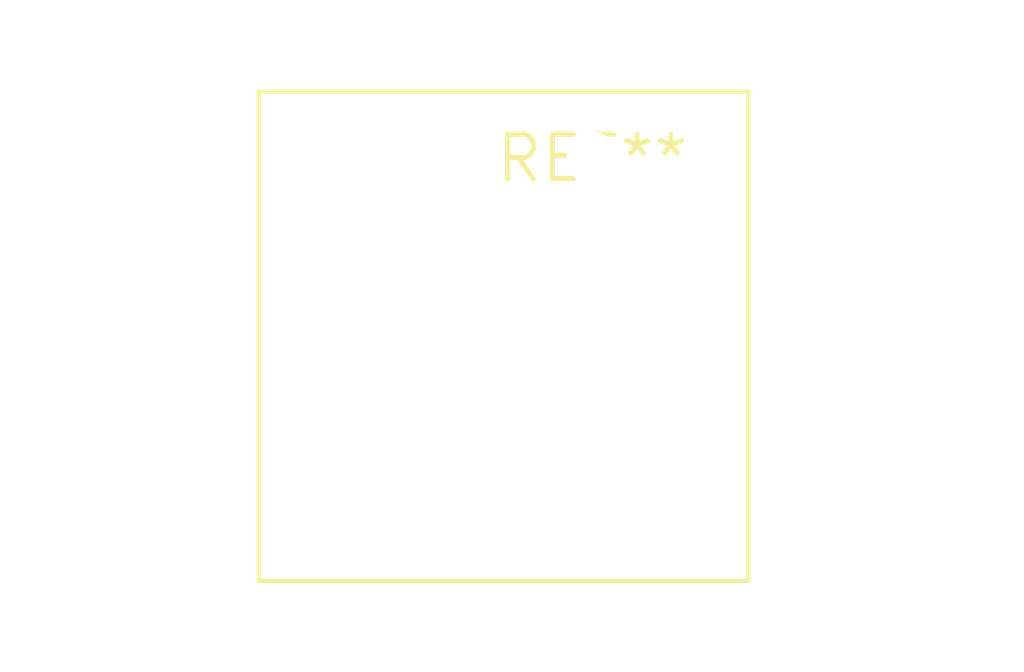
<source format=kicad_pcb>
(kicad_pcb (version 20240108) (generator pcbnew)
  (layers (0 "F.Cu" signal) (31 "B.Cu" signal) (34 "B.Paste" user) (35 "F.Paste" user) (36 "B.SilkS" user "B.Silkscreen") (37 "F.SilkS" user "F.Silkscreen") (38 "B.Mask" user) (39 "F.Mask" user) (44 "Edge.Cuts" user))
  (net 0 "")
  (footprint "SW_Cherry_MX_1.50u_PCB" (layer "F.Cu") (at 0 0)
    (property "Reference" "REF**")
    (property "Value" "SW_Cherry_MX_1.50u_PCB")
    (fp_line (start -9.525 -1.905) (end 4.445 -1.905) (layer "F.SilkS") (stroke (width 0.12)))
    (fp_line (start -9.525 12.065) (end -9.525 -1.905) (layer "F.SilkS") (stroke (width 0.12)))
    (fp_line (start 4.445 -1.905) (end 4.445 12.065) (layer "F.SilkS") (stroke (width 0.12)))
    (fp_line (start 4.445 12.065) (end -9.525 12.065) (layer "F.SilkS") (stroke (width 0.12)))
    (pad "" np_thru_hole circle (at -7.62 5.08) (size 1.7 1.7) (drill 1.7) (layers *.Cu *.Mask))
    (pad "" np_thru_hole circle (at -2.54 5.08) (size 4 4) (drill 4) (layers *.Cu *.Mask))
    (pad "" np_thru_hole circle (at 2.54 5.08) (size 1.7 1.7) (drill 1.7) (layers *.Cu *.Mask))
    (pad "1" thru_hole circle (at 0 0) (size 2.2 2.2) (drill 1.5) (layers *.Cu *.Mask) (remove_unused_layers))
    (pad "2" thru_hole circle (at -6.35 2.54) (size 2.2 2.2) (drill 1.5) (layers *.Cu *.Mask) (remove_unused_layers))
  )
)
</source>
